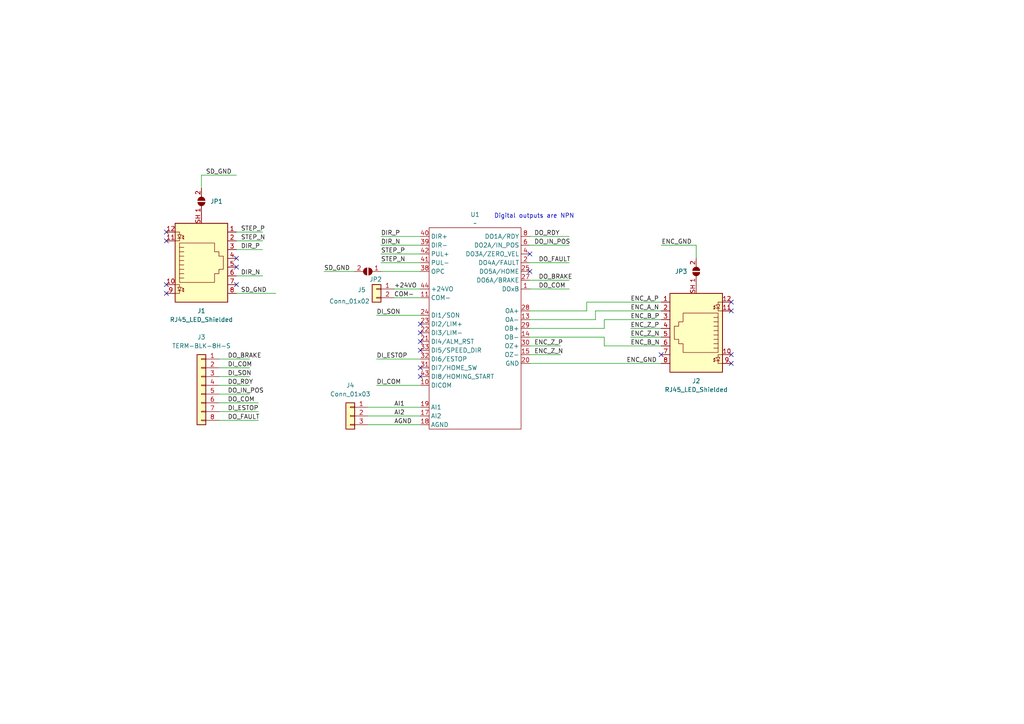
<source format=kicad_sch>
(kicad_sch (version 20231120) (generator "eeschema") (generator_version "8.0")
  (paper "A4")
  (lib_symbols
    (symbol "Connector_Generic:Conn_01x02" (pin_names (offset 1.016) hide)
      (property "Reference" "J" (at 0 2.54 0))
      (property "Value" "Conn_01x02" (at 0 -5.08 0))
      (symbol "Conn_01x02_1_1"
        (rectangle (start -1.27 -2.413) (end 0 -2.667) (stroke (width 0.1524)))
        (rectangle (start -1.27 0.127) (end 0 -0.127) (stroke (width 0.1524)))
        (rectangle (start -1.27 1.27) (end 1.27 -3.81) (stroke (width 0.254)) (fill (type background)))
        (pin passive line (at -5.08 0 0) (length 3.81) (name "Pin_1") (number "1"))
        (pin passive line (at -5.08 -2.54 0) (length 3.81) (name "Pin_2") (number "2"))
      )
    )
    (symbol "Connector_Generic:Conn_01x03" (pin_names (offset 1.016) hide)
      (property "Reference" "J" (at 0 5.08 0))
      (property "Value" "Conn_01x03" (at 0 -5.08 0))
      (symbol "Conn_01x03_1_1"
        (rectangle (start -1.27 -2.413) (end 0 -2.667) (stroke (width 0.1524)))
        (rectangle (start -1.27 0.127) (end 0 -0.127) (stroke (width 0.1524)))
        (rectangle (start -1.27 2.667) (end 0 2.413) (stroke (width 0.1524)))
        (rectangle (start -1.27 3.81) (end 1.27 -3.81) (stroke (width 0.254)) (fill (type background)))
        (pin passive line (at -5.08 2.54 0) (length 3.81) (name "Pin_1") (number "1"))
        (pin passive line (at -5.08 0 0) (length 3.81) (name "Pin_2") (number "2"))
        (pin passive line (at -5.08 -2.54 0) (length 3.81) (name "Pin_3") (number "3"))
      )
    )
    (symbol "hadv-connectors:RJ45_LED_Shielded" (pin_names (offset 1.016))
      (property "Reference" "J" (at -5.08 13.97 0))
      (property "Value" "RJ45_LED_Shielded" (at 1.27 13.97 0))
      (symbol "RJ45_LED_Shielded_0_1"
        (polyline (pts (xy -7.62 -7.62) (xy -6.35 -7.62)))
        (polyline (pts (xy -7.62 -5.08) (xy -6.35 -5.08)))
        (polyline (pts (xy -7.62 7.62) (xy -6.35 7.62)))
        (polyline (pts (xy -7.62 10.16) (xy -6.35 10.16)))
        (polyline (pts (xy -6.858 -5.842) (xy -5.842 -5.842)))
        (polyline (pts (xy -6.858 9.398) (xy -5.842 9.398)))
        (polyline (pts (xy -6.35 -7.62) (xy -6.35 -6.858)))
        (polyline (pts (xy -6.35 -5.08) (xy -6.35 -5.842)))
        (polyline (pts (xy -6.35 7.62) (xy -6.35 8.382)))
        (polyline (pts (xy -6.35 10.16) (xy -6.35 9.398)))
        (polyline (pts (xy -5.08 -6.223) (xy -5.207 -6.604)))
        (polyline (pts (xy -5.08 -5.588) (xy -5.207 -5.969)))
        (polyline (pts (xy -5.08 4.445) (xy -6.35 4.445)))
        (polyline (pts (xy -5.08 5.715) (xy -6.35 5.715)))
        (polyline (pts (xy -5.08 9.017) (xy -5.207 8.636)))
        (polyline (pts (xy -5.08 9.652) (xy -5.207 9.271)))
        (polyline (pts (xy -6.35 -3.175) (xy -5.08 -3.175) (xy -5.08 -3.175)))
        (polyline (pts (xy -6.35 -1.905) (xy -5.08 -1.905) (xy -5.08 -1.905)))
        (polyline (pts (xy -6.35 -0.635) (xy -5.08 -0.635) (xy -5.08 -0.635)))
        (polyline (pts (xy -6.35 0.635) (xy -5.08 0.635) (xy -5.08 0.635)))
        (polyline (pts (xy -6.35 1.905) (xy -5.08 1.905) (xy -5.08 1.905)))
        (polyline (pts (xy -5.588 -6.731) (xy -5.08 -6.223) (xy -5.461 -6.35)))
        (polyline (pts (xy -5.588 -6.096) (xy -5.08 -5.588) (xy -5.461 -5.715)))
        (polyline (pts (xy -5.588 8.509) (xy -5.08 9.017) (xy -5.461 8.89)))
        (polyline (pts (xy -5.588 9.144) (xy -5.08 9.652) (xy -5.461 9.525)))
        (polyline (pts (xy -5.08 3.175) (xy -6.35 3.175) (xy -6.35 3.175)))
        (polyline (pts (xy -6.35 -5.842) (xy -6.858 -6.858) (xy -5.842 -6.858) (xy -6.35 -5.842)))
        (polyline (pts (xy -6.35 9.398) (xy -6.858 8.382) (xy -5.842 8.382) (xy -6.35 9.398)))
        (polyline (pts (xy -6.35 -4.445) (xy -6.35 6.985) (xy 3.81 6.985) (xy 3.81 4.445) (xy 5.08 4.445) (xy 5.08 3.175) (xy 6.35 3.175) (xy 6.35 -0.635) (xy 5.08 -0.635) (xy 5.08 -1.905) (xy 3.81 -1.905) (xy 3.81 -4.445) (xy -6.35 -4.445) (xy -6.35 -4.445)))
        (rectangle (start 7.62 12.7) (end -7.62 -10.16) (stroke (width 0.254)) (fill (type background)))
      )
      (symbol "RJ45_LED_Shielded_1_1"
        (pin passive line (at 10.16 -7.62 180) (length 2.54) (name "~") (number "1"))
        (pin passive line (at -10.16 7.62 0) (length 2.54) (name "~") (number "10"))
        (pin passive line (at -10.16 -5.08 0) (length 2.54) (name "~") (number "11"))
        (pin passive line (at -10.16 -7.62 0) (length 2.54) (name "~") (number "12"))
        (pin passive line (at 10.16 -5.08 180) (length 2.54) (name "~") (number "2"))
        (pin passive line (at 10.16 -2.54 180) (length 2.54) (name "~") (number "3"))
        (pin passive line (at 10.16 0 180) (length 2.54) (name "~") (number "4"))
        (pin passive line (at 10.16 2.54 180) (length 2.54) (name "~") (number "5"))
        (pin passive line (at 10.16 5.08 180) (length 2.54) (name "~") (number "6"))
        (pin passive line (at 10.16 7.62 180) (length 2.54) (name "~") (number "7"))
        (pin passive line (at 10.16 10.16 180) (length 2.54) (name "~") (number "8"))
        (pin passive line (at -10.16 10.16 0) (length 2.54) (name "~") (number "9"))
        (pin passive line (at 0 -12.7 90) (length 2.54) (name "~") (number "SH"))
      )
    )
    (symbol "hadv-connectors:SolderJumper_2_Open" (pin_names (offset 0) hide) (in_bom no)
      (property "Reference" "JP" (at 0 2.032 0))
      (symbol "SolderJumper_2_Open_0_1"
        (arc (start -0.254 1.016) (mid -1.2656 0) (end -0.254 -1.016))
        (arc (start -0.254 1.016) (mid -1.2656 0) (end -0.254 -1.016) (fill (type outline)))
        (polyline (pts (xy -0.254 1.016) (xy -0.254 -1.016)))
        (polyline (pts (xy 0.254 1.016) (xy 0.254 -1.016)))
        (arc (start 0.254 -1.016) (mid 1.2656 0) (end 0.254 1.016))
        (arc (start 0.254 -1.016) (mid 1.2656 0) (end 0.254 1.016) (fill (type outline)))
      )
      (symbol "SolderJumper_2_Open_1_1"
        (pin passive line (at -3.81 0 0) (length 2.54) (name "A") (number "1"))
        (pin passive line (at 3.81 0 180) (length 2.54) (name "B") (number "2"))
      )
    )
    (symbol "hadv-connectors:TERM-BLK-8H-S" (pin_names (offset 1.016) hide)
      (property "Reference" "J" (at 0 10.16 0))
      (property "Value" "TERM-BLK-8H-S" (at 0 -12.7 0))
      (symbol "TERM-BLK-8H-S_1_1"
        (rectangle (start -1.27 -10.033) (end 0 -10.287) (stroke (width 0.1524)))
        (rectangle (start -1.27 -7.493) (end 0 -7.747) (stroke (width 0.1524)))
        (rectangle (start -1.27 -4.953) (end 0 -5.207) (stroke (width 0.1524)))
        (rectangle (start -1.27 -2.413) (end 0 -2.667) (stroke (width 0.1524)))
        (rectangle (start -1.27 0.127) (end 0 -0.127) (stroke (width 0.1524)))
        (rectangle (start -1.27 2.667) (end 0 2.413) (stroke (width 0.1524)))
        (rectangle (start -1.27 5.207) (end 0 4.953) (stroke (width 0.1524)))
        (rectangle (start -1.27 7.747) (end 0 7.493) (stroke (width 0.1524)))
        (rectangle (start -1.27 8.89) (end 1.27 -11.43) (stroke (width 0.254)) (fill (type background)))
        (pin passive line (at -5.08 7.62 0) (length 3.81) (name "Pin_1") (number "1"))
        (pin passive line (at -5.08 5.08 0) (length 3.81) (name "Pin_2") (number "2"))
        (pin passive line (at -5.08 2.54 0) (length 3.81) (name "Pin_3") (number "3"))
        (pin passive line (at -5.08 0 0) (length 3.81) (name "Pin_4") (number "4"))
        (pin passive line (at -5.08 -2.54 0) (length 3.81) (name "Pin_5") (number "5"))
        (pin passive line (at -5.08 -5.08 0) (length 3.81) (name "Pin_6") (number "6"))
        (pin passive line (at -5.08 -7.62 0) (length 3.81) (name "Pin_7") (number "7"))
        (pin passive line (at -5.08 -10.16 0) (length 3.81) (name "Pin_8") (number "8"))
      )
    )
    (symbol "hadv-motion-control:LICHUAN_LC10_DB44"
      (property "Reference" "U" (at -0.254 27.94 0))
      (symbol "LICHUAN_LC10_DB44_0_1"
        (rectangle (start -12.7 26.67) (end 13.97 -31.75))
      )
      (symbol "LICHUAN_LC10_DB44_1_1"
        (pin power_in line (at 16.51 8.89 180) (length 2.54) (name "DOxB") (number "1"))
        (pin power_in line (at -15.24 -19.05 0) (length 2.54) (name "DICOM") (number "10"))
        (pin power_in line (at -15.24 6.35 0) (length 2.54) (name "COM-") (number "11"))
        (pin passive line (at -15.24 6.35 0) (length 2.54) hide (name "COM-") (number "12"))
        (pin output line (at 16.51 0 180) (length 2.54) (name "OA-") (number "13"))
        (pin output line (at 16.51 -5.08 180) (length 2.54) (name "OB-") (number "14"))
        (pin output line (at 16.51 -10.16 180) (length 2.54) (name "OZ-") (number "15"))
        (pin passive line (at -15.24 -30.48 0) (length 2.54) hide (name "AGND") (number "16"))
        (pin input line (at -15.24 -27.94 0) (length 2.54) (name "AI2") (number "17"))
        (pin power_in line (at -15.24 -30.48 0) (length 2.54) (name "AGND") (number "18"))
        (pin input line (at -15.24 -25.4 0) (length 2.54) (name "AI1") (number "19"))
        (pin output line (at 16.51 16.51 180) (length 2.54) (name "DO4A/FAULT") (number "2"))
        (pin power_in line (at 16.51 -12.7 180) (length 2.54) (name "GND") (number "20"))
        (pin input line (at -15.24 -6.35 0) (length 2.54) (name "DI4/ALM_RST") (number "21"))
        (pin input line (at -15.24 -3.81 0) (length 2.54) (name "DI3/LIM-") (number "22"))
        (pin input line (at -15.24 -1.27 0) (length 2.54) (name "DI2/LIM+") (number "23"))
        (pin input line (at -15.24 1.27 0) (length 2.54) (name "DI1/SON") (number "24"))
        (pin output line (at 16.51 13.97 180) (length 2.54) (name "DO5A/HOME") (number "25"))
        (pin passive line (at 16.51 8.89 180) (length 2.54) hide (name "DO6B") (number "26"))
        (pin output line (at 16.51 11.43 180) (length 2.54) (name "DO6A/BRAKE") (number "27"))
        (pin output line (at 16.51 2.54 180) (length 2.54) (name "OA+") (number "28"))
        (pin output line (at 16.51 -2.54 180) (length 2.54) (name "OB+") (number "29"))
        (pin passive line (at 16.51 8.89 180) (length 2.54) hide (name "DO3B") (number "3"))
        (pin output line (at 16.51 -7.62 180) (length 2.54) (name "OZ+") (number "30"))
        (pin input line (at -15.24 -13.97 0) (length 2.54) (name "DI7/HOME_SW") (number "31"))
        (pin input line (at -15.24 -11.43 0) (length 2.54) (name "DI6/ESTOP") (number "32"))
        (pin input line (at -15.24 -8.89 0) (length 2.54) (name "DI5/SPEED_DIR") (number "33"))
        (pin no_connect line (at 6.35 -34.29 90) (length 2.54) hide (name "") (number "34"))
        (pin no_connect line (at 3.81 -34.29 90) (length 2.54) hide (name "") (number "35"))
        (pin no_connect line (at 1.27 -34.29 90) (length 2.54) hide (name "CZ-") (number "36"))
        (pin no_connect line (at -1.27 -34.29 90) (length 2.54) hide (name "CZ+") (number "37"))
        (pin power_in line (at -15.24 13.97 0) (length 2.54) (name "OPC") (number "38"))
        (pin input line (at -15.24 21.59 0) (length 2.54) (name "DIR-") (number "39"))
        (pin output line (at 16.51 19.05 180) (length 2.54) (name "DO3A/ZERO_VEL") (number "4"))
        (pin input line (at -15.24 24.13 0) (length 2.54) (name "DIR+") (number "40"))
        (pin input line (at -15.24 16.51 0) (length 2.54) (name "PUL-") (number "41"))
        (pin input line (at -15.24 19.05 0) (length 2.54) (name "PUL+") (number "42"))
        (pin input line (at -15.24 -16.51 0) (length 2.54) (name "DI8/HOMING_START") (number "43"))
        (pin power_out line (at -15.24 8.89 0) (length 2.54) (name "+24VO") (number "44"))
        (pin passive line (at 16.51 8.89 180) (length 2.54) hide (name "DO2B") (number "5"))
        (pin output line (at 16.51 21.59 180) (length 2.54) (name "DO2A/IN_POS") (number "6"))
        (pin passive line (at 16.51 8.89 180) (length 2.54) hide (name "DO1B") (number "7"))
        (pin output line (at 16.51 24.13 180) (length 2.54) (name "DO1A/RDY") (number "8"))
        (pin passive line (at 16.51 8.89 180) (length 2.54) hide (name "DO5B") (number "9"))
      )
    )
  )
  (no_connect (at 121.92 93.98))
  (no_connect (at 48.26 85.09))
  (no_connect (at 212.09 105.41))
  (no_connect (at 121.92 109.22))
  (no_connect (at 191.77 102.87))
  (no_connect (at 121.92 96.52))
  (no_connect (at 68.58 82.55))
  (no_connect (at 212.09 102.87))
  (no_connect (at 48.26 69.85))
  (no_connect (at 121.92 99.06))
  (no_connect (at 153.67 73.66))
  (no_connect (at 68.58 77.47))
  (no_connect (at 48.26 67.31))
  (no_connect (at 68.58 74.93))
  (no_connect (at 212.09 87.63))
  (no_connect (at 212.09 90.17))
  (no_connect (at 153.67 78.74))
  (no_connect (at 121.92 106.68))
  (no_connect (at 48.26 82.55))
  (no_connect (at 121.92 101.6))
  (wire (pts (xy 63.5 116.84) (xy 74.93 116.84)))
  (wire (pts (xy 170.18 87.63) (xy 170.18 90.17)))
  (wire (pts (xy 182.88 95.25) (xy 191.77 95.25)))
  (wire (pts (xy 68.58 72.39) (xy 76.2 72.39)))
  (wire (pts (xy 172.72 90.17) (xy 191.77 90.17)))
  (wire (pts (xy 109.22 111.76) (xy 121.92 111.76)))
  (wire (pts (xy 106.68 123.19) (xy 121.92 123.19)))
  (wire (pts (xy 106.68 118.11) (xy 121.92 118.11)))
  (wire (pts (xy 182.88 97.79) (xy 191.77 97.79)))
  (wire (pts (xy 58.42 54.61) (xy 58.42 50.8)))
  (wire (pts (xy 175.26 100.33) (xy 191.77 100.33)))
  (wire (pts (xy 175.26 92.71) (xy 191.77 92.71)))
  (wire (pts (xy 175.26 92.71) (xy 175.26 95.25)))
  (wire (pts (xy 109.22 104.14) (xy 121.92 104.14)))
  (wire (pts (xy 170.18 87.63) (xy 191.77 87.63)))
  (wire (pts (xy 110.49 78.74) (xy 121.92 78.74)))
  (wire (pts (xy 201.93 74.93) (xy 201.93 71.12)))
  (wire (pts (xy 170.18 90.17) (xy 153.67 90.17)))
  (wire (pts (xy 68.58 80.01) (xy 76.2 80.01)))
  (wire (pts (xy 175.26 97.79) (xy 153.67 97.79)))
  (wire (pts (xy 172.72 92.71) (xy 153.67 92.71)))
  (wire (pts (xy 114.3 86.36) (xy 121.92 86.36)))
  (wire (pts (xy 153.67 102.87) (xy 162.56 102.87)))
  (wire (pts (xy 110.49 68.58) (xy 121.92 68.58)))
  (wire (pts (xy 153.67 105.41) (xy 191.77 105.41)))
  (wire (pts (xy 153.67 81.28) (xy 165.1 81.28)))
  (wire (pts (xy 63.5 104.14) (xy 72.39 104.14)))
  (wire (pts (xy 63.5 111.76) (xy 72.39 111.76)))
  (wire (pts (xy 106.68 120.65) (xy 121.92 120.65)))
  (wire (pts (xy 68.58 67.31) (xy 76.2 67.31)))
  (wire (pts (xy 63.5 119.38) (xy 74.93 119.38)))
  (wire (pts (xy 153.67 83.82) (xy 165.1 83.82)))
  (wire (pts (xy 201.93 71.12) (xy 191.77 71.12)))
  (wire (pts (xy 110.49 76.2) (xy 121.92 76.2)))
  (wire (pts (xy 63.5 109.22) (xy 72.39 109.22)))
  (wire (pts (xy 63.5 114.3) (xy 72.39 114.3)))
  (wire (pts (xy 93.98 78.74) (xy 102.87 78.74)))
  (wire (pts (xy 110.49 73.66) (xy 121.92 73.66)))
  (wire (pts (xy 153.67 76.2) (xy 165.1 76.2)))
  (wire (pts (xy 153.67 100.33) (xy 162.56 100.33)))
  (wire (pts (xy 68.58 85.09) (xy 80.01 85.09)))
  (wire (pts (xy 58.42 50.8) (xy 68.58 50.8)))
  (wire (pts (xy 63.5 106.68) (xy 72.39 106.68)))
  (wire (pts (xy 110.49 71.12) (xy 121.92 71.12)))
  (wire (pts (xy 175.26 100.33) (xy 175.26 97.79)))
  (wire (pts (xy 114.3 83.82) (xy 121.92 83.82)))
  (wire (pts (xy 153.67 71.12) (xy 165.1 71.12)))
  (wire (pts (xy 68.58 69.85) (xy 76.2 69.85)))
  (wire (pts (xy 153.67 68.58) (xy 165.1 68.58)))
  (wire (pts (xy 175.26 95.25) (xy 153.67 95.25)))
  (wire (pts (xy 63.5 121.92) (xy 74.93 121.92)))
  (wire (pts (xy 109.22 91.44) (xy 121.92 91.44)))
  (wire (pts (xy 172.72 90.17) (xy 172.72 92.71)))
  (text "Digital outputs are NPN" (at 154.94 62.738 0) (effects (font (size 1.27 1.27))))
  (label "DI_SON" (at 66.04 109.22 0))
  (label "+24VO" (at 114.3 83.82 0))
  (label "DI_ESTOP" (at 66.04 119.38 0))
  (label "DIR_P" (at 69.85 72.39 0))
  (label "DIR_P" (at 110.49 68.58 0))
  (label "DO_BRAKE" (at 66.04 104.14 0))
  (label "DI_ESTOP" (at 109.22 104.14 0))
  (label "ENC_B_N" (at 182.88 100.33 0))
  (label "DI_COM" (at 109.22 111.76 0))
  (label "SD_GND" (at 59.69 50.8 0))
  (label "DO_IN_POS" (at 66.04 114.3 0))
  (label "ENC_B_P" (at 182.88 92.71 0))
  (label "ENC_Z_P" (at 154.94 100.33 0))
  (label "ENC_GND" (at 190.5 105.41 180))
  (label "DI_SON" (at 109.22 91.44 0))
  (label "DO_RDY" (at 154.94 68.58 0))
  (label "DIR_N" (at 69.85 80.01 0))
  (label "AGND" (at 114.3 123.19 0))
  (label "STEP_N" (at 110.49 76.2 0))
  (label "STEP_N" (at 69.85 69.85 0))
  (label "DO_FAULT" (at 156.21 76.2 0))
  (label "ENC_A_N" (at 182.88 90.17 0))
  (label "ENC_A_P" (at 182.88 87.63 0))
  (label "DO_COM" (at 156.21 83.82 0))
  (label "ENC_Z_N" (at 154.94 102.87 0))
  (label "COM-" (at 114.3 86.36 0))
  (label "DO_RDY" (at 66.04 111.76 0))
  (label "SD_GND" (at 69.85 85.09 0))
  (label "SD_GND" (at 93.98 78.74 0))
  (label "STEP_P" (at 110.49 73.66 0))
  (label "ENC_Z_N" (at 182.88 97.79 0))
  (label "ENC_Z_P" (at 182.88 95.25 0))
  (label "AI1" (at 114.3 118.11 0))
  (label "DIR_N" (at 110.49 71.12 0))
  (label "DI_COM" (at 66.04 106.68 0))
  (label "DO_BRAKE" (at 156.21 81.28 0))
  (label "DO_FAULT" (at 66.04 121.92 0))
  (label "ENC_GND" (at 200.66 71.12 180))
  (label "DO_COM" (at 66.04 116.84 0))
  (label "STEP_P" (at 69.85 67.31 0))
  (label "AI2" (at 114.3 120.65 0))
  (label "DO_IN_POS" (at 154.94 71.12 0))
  (symbol (lib_id "Connector_Generic:Conn_01x03") (at 101.6 120.65 0) (mirror y) (unit 1)
    (property "Reference" "J4" (at 101.6 111.76 0))
    (property "Value" "Conn_01x03" (at 101.6 114.3 0))
    (property "Footprint" "Connector_PinHeader_2.54mm:PinHeader_1x03_P2.54mm_Vertical" (effects (hide yes)))
    (property "Description" "Generic connector, single row, 01x03, script generated (kicad-library-utils/schlib/autogen/connector/)" (effects (hide yes)))
  )
  (symbol (lib_id "hadv-connectors:SolderJumper_2_Open") (at 58.42 58.42 90) (unit 1) (in_bom no)
    (property "Reference" "JP1" (at 60.96 58.4199 90) (effects (justify right)))
    (property "Value" "SolderJumper_2_Open" (effects (hide yes)))
    (property "Footprint" "Jumper:SolderJumper-2_P1.3mm_Open_RoundedPad1.0x1.5mm" (effects (hide yes)))
    (property "Description" "Solder Jumper, 2-pole, open" (effects (hide yes)))
  )
  (symbol (lib_id "Connector_Generic:Conn_01x02") (at 109.22 83.82 0) (mirror y) (unit 1)
    (property "Reference" "J5" (at 104.902 84.074 0))
    (property "Value" "Conn_01x02" (at 101.346 87.376 0))
    (property "Footprint" "Connector_PinHeader_2.54mm:PinHeader_1x02_P2.54mm_Vertical" (effects (hide yes)))
    (property "Description" "Generic connector, single row, 01x02, script generated (kicad-library-utils/schlib/autogen/connector/)" (effects (hide yes)))
  )
  (symbol (lib_id "hadv-connectors:TERM-BLK-8H-S") (at 58.42 111.76 0) (mirror y) (unit 1)
    (property "Reference" "J3" (at 58.42 97.79 0))
    (property "Value" "TERM-BLK-8H-S" (at 58.42 100.33 0))
    (property "Footprint" "hadv-connectors:MX250-3.5-08P-B" (effects (hide yes)))
    (property "Description" "3.5mm 16~22 -40℃~+105℃ 8A 8P Tin Brass Alloy 300V Gray Spring Clamp System Terminal Block ROHS" (effects (hide yes)))
    (property "MPN" "MX250-3.5-08P-B-GY01-Cu-A" (effects (hide yes)))
    (property "Manufacturer" "MAX" (effects (hide yes)))
    (property "LCSC#" "C7470122" (effects (hide yes)))
  )
  (symbol (lib_id "hadv-connectors:RJ45_LED_Shielded") (at 201.93 95.25 180) (unit 1)
    (property "Reference" "J2" (at 201.93 110.49 0))
    (property "Value" "RJ45_LED_Shielded" (at 201.93 113.03 0))
    (property "Footprint" "hadv-connectors:R-RJ45R08P-C000" (effects (hide yes)))
    (property "Description" "RJ connector, 8P8C (8 positions 8 connected), two LEDs, RJ45, Shielded" (effects (hide yes)))
    (property "MPN" "R-RJ45R08P-C000" (effects (hide yes)))
    (property "Manufacturer" "Ckmtw(Shenzhen Cankemeng)" (effects (hide yes)))
    (property "LCSC#" "C386757" (effects (hide yes)))
  )
  (symbol (lib_id "hadv-motion-control:LICHUAN_LC10_DB44") (at 137.16 92.71 0) (unit 1)
    (property "Reference" "U1" (at 137.795 62.23 0))
    (property "Value" "~" (at 137.795 64.77 0))
    (property "Footprint" "Connector_Dsub:DSUB-44-HD_Male_Horizontal_P2.29x1.98mm_EdgePinOffset8.35mm_Housed_MountingHolesOffset10.89mm" (effects (hide yes)))
    (property "MPN" "DS1038-44MBNSIA74-0CC" (effects (hide yes)))
    (property "Manufacturer" "Connfly" (effects (hide yes)))
    (property "LCSC#" "C77845" (effects (hide yes)))
  )
  (symbol (lib_id "hadv-connectors:RJ45_LED_Shielded") (at 58.42 74.93 0) (mirror x) (unit 1)
    (property "Reference" "J1" (at 58.42 90.17 0))
    (property "Value" "RJ45_LED_Shielded" (at 58.42 92.71 0))
    (property "Footprint" "hadv-connectors:R-RJ45R08P-C000" (effects (hide yes)))
    (property "Description" "RJ connector, 8P8C (8 positions 8 connected), two LEDs, RJ45, Shielded" (effects (hide yes)))
    (property "MPN" "R-RJ45R08P-C000" (effects (hide yes)))
    (property "Manufacturer" "Ckmtw(Shenzhen Cankemeng)" (effects (hide yes)))
    (property "LCSC#" "C386757" (effects (hide yes)))
  )
  (symbol (lib_id "hadv-connectors:SolderJumper_2_Open") (at 201.93 78.74 270) (mirror x) (unit 1) (in_bom no)
    (property "Reference" "JP3" (at 199.39 78.7399 90) (effects (justify right)))
    (property "Value" "SolderJumper_2_Open" (effects (hide yes)))
    (property "Footprint" "Jumper:SolderJumper-2_P1.3mm_Open_RoundedPad1.0x1.5mm" (effects (hide yes)))
    (property "Description" "Solder Jumper, 2-pole, open" (effects (hide yes)))
  )
  (symbol (lib_id "hadv-connectors:SolderJumper_2_Open") (at 106.68 78.74 180) (unit 1) (in_bom no)
    (property "Reference" "JP2" (at 108.966 81.026 0))
    (property "Value" "SolderJumper_2_Open" (effects (hide yes)))
    (property "Footprint" "Jumper:SolderJumper-2_P1.3mm_Open_RoundedPad1.0x1.5mm" (effects (hide yes)))
    (property "Description" "Solder Jumper, 2-pole, open" (effects (hide yes)))
  )
)
</source>
